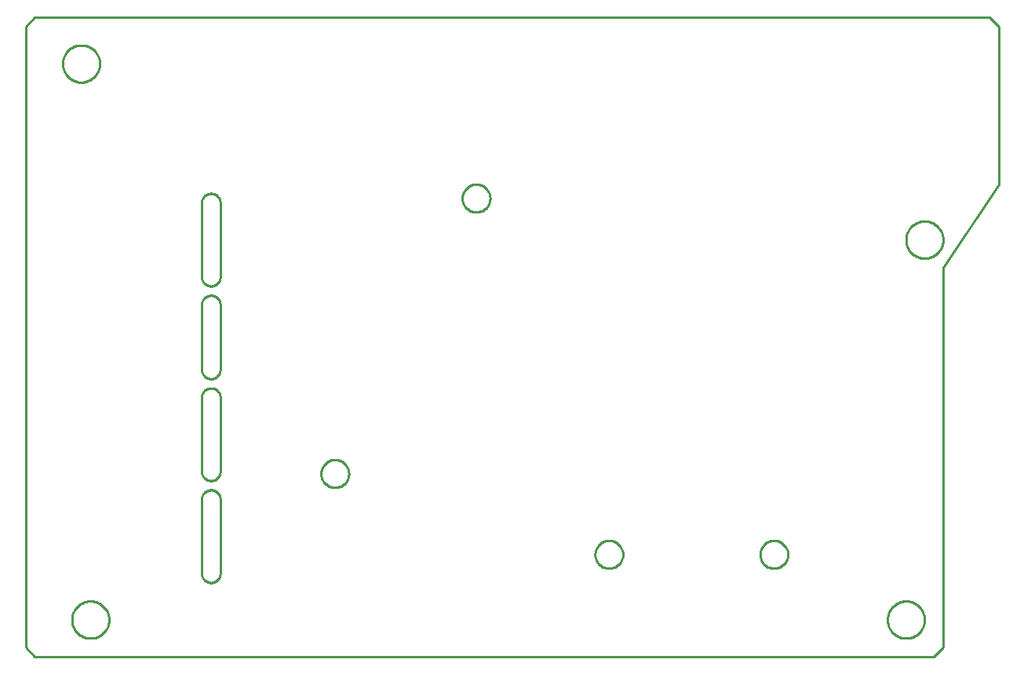
<source format=gbr>
G04 EAGLE Gerber X2 export*
%TF.Part,Single*%
%TF.FileFunction,Profile,NP*%
%TF.FilePolarity,Positive*%
%TF.GenerationSoftware,Autodesk,EAGLE,8.7.0*%
%TF.CreationDate,2018-10-16T22:29:40Z*%
G75*
%MOMM*%
%FSLAX34Y34*%
%LPD*%
%AMOC8*
5,1,8,0,0,1.08239X$1,22.5*%
G01*
%ADD10C,0.254000*%


D10*
X0Y10000D02*
X10000Y0D01*
X980000Y0D01*
X990000Y10000D01*
X990000Y420000D01*
X1050000Y510000D01*
X1050000Y680000D01*
X1040000Y690000D01*
X10000Y690000D01*
X0Y680000D01*
X0Y10000D01*
X190000Y90000D02*
X190038Y89128D01*
X190152Y88264D01*
X190341Y87412D01*
X190603Y86580D01*
X190937Y85774D01*
X191340Y85000D01*
X191808Y84264D01*
X192340Y83572D01*
X192929Y82929D01*
X193572Y82340D01*
X194264Y81808D01*
X195000Y81340D01*
X195774Y80937D01*
X196580Y80603D01*
X197412Y80341D01*
X198264Y80152D01*
X199128Y80038D01*
X200000Y80000D01*
X200872Y80038D01*
X201736Y80152D01*
X202588Y80341D01*
X203420Y80603D01*
X204226Y80937D01*
X205000Y81340D01*
X205736Y81808D01*
X206428Y82340D01*
X207071Y82929D01*
X207660Y83572D01*
X208192Y84264D01*
X208660Y85000D01*
X209063Y85774D01*
X209397Y86580D01*
X209659Y87412D01*
X209848Y88264D01*
X209962Y89128D01*
X210000Y90000D01*
X210000Y170000D01*
X209962Y170872D01*
X209848Y171736D01*
X209659Y172588D01*
X209397Y173420D01*
X209063Y174226D01*
X208660Y175000D01*
X208192Y175736D01*
X207660Y176428D01*
X207071Y177071D01*
X206428Y177660D01*
X205736Y178192D01*
X205000Y178660D01*
X204226Y179063D01*
X203420Y179397D01*
X202588Y179659D01*
X201736Y179848D01*
X200872Y179962D01*
X200000Y180000D01*
X199128Y179962D01*
X198264Y179848D01*
X197412Y179659D01*
X196580Y179397D01*
X195774Y179063D01*
X195000Y178660D01*
X194264Y178192D01*
X193572Y177660D01*
X192929Y177071D01*
X192340Y176428D01*
X191808Y175736D01*
X191340Y175000D01*
X190937Y174226D01*
X190603Y173420D01*
X190341Y172588D01*
X190152Y171736D01*
X190038Y170872D01*
X190000Y170000D01*
X190000Y90000D01*
X190000Y200000D02*
X190038Y199128D01*
X190152Y198264D01*
X190341Y197412D01*
X190603Y196580D01*
X190937Y195774D01*
X191340Y195000D01*
X191808Y194264D01*
X192340Y193572D01*
X192929Y192929D01*
X193572Y192340D01*
X194264Y191808D01*
X195000Y191340D01*
X195774Y190937D01*
X196580Y190603D01*
X197412Y190341D01*
X198264Y190152D01*
X199128Y190038D01*
X200000Y190000D01*
X200872Y190038D01*
X201736Y190152D01*
X202588Y190341D01*
X203420Y190603D01*
X204226Y190937D01*
X205000Y191340D01*
X205736Y191808D01*
X206428Y192340D01*
X207071Y192929D01*
X207660Y193572D01*
X208192Y194264D01*
X208660Y195000D01*
X209063Y195774D01*
X209397Y196580D01*
X209659Y197412D01*
X209848Y198264D01*
X209962Y199128D01*
X210000Y200000D01*
X210000Y280000D01*
X209962Y280872D01*
X209848Y281736D01*
X209659Y282588D01*
X209397Y283420D01*
X209063Y284226D01*
X208660Y285000D01*
X208192Y285736D01*
X207660Y286428D01*
X207071Y287071D01*
X206428Y287660D01*
X205736Y288192D01*
X205000Y288660D01*
X204226Y289063D01*
X203420Y289397D01*
X202588Y289659D01*
X201736Y289848D01*
X200872Y289962D01*
X200000Y290000D01*
X199128Y289962D01*
X198264Y289848D01*
X197412Y289659D01*
X196580Y289397D01*
X195774Y289063D01*
X195000Y288660D01*
X194264Y288192D01*
X193572Y287660D01*
X192929Y287071D01*
X192340Y286428D01*
X191808Y285736D01*
X191340Y285000D01*
X190937Y284226D01*
X190603Y283420D01*
X190341Y282588D01*
X190152Y281736D01*
X190038Y280872D01*
X190000Y280000D01*
X190000Y200000D01*
X190000Y310000D02*
X190038Y309128D01*
X190152Y308264D01*
X190341Y307412D01*
X190603Y306580D01*
X190937Y305774D01*
X191340Y305000D01*
X191808Y304264D01*
X192340Y303572D01*
X192929Y302929D01*
X193572Y302340D01*
X194264Y301808D01*
X195000Y301340D01*
X195774Y300937D01*
X196580Y300603D01*
X197412Y300341D01*
X198264Y300152D01*
X199128Y300038D01*
X200000Y300000D01*
X200872Y300038D01*
X201736Y300152D01*
X202588Y300341D01*
X203420Y300603D01*
X204226Y300937D01*
X205000Y301340D01*
X205736Y301808D01*
X206428Y302340D01*
X207071Y302929D01*
X207660Y303572D01*
X208192Y304264D01*
X208660Y305000D01*
X209063Y305774D01*
X209397Y306580D01*
X209659Y307412D01*
X209848Y308264D01*
X209962Y309128D01*
X210000Y310000D01*
X210000Y380000D01*
X209962Y380872D01*
X209848Y381736D01*
X209659Y382588D01*
X209397Y383420D01*
X209063Y384226D01*
X208660Y385000D01*
X208192Y385736D01*
X207660Y386428D01*
X207071Y387071D01*
X206428Y387660D01*
X205736Y388192D01*
X205000Y388660D01*
X204226Y389063D01*
X203420Y389397D01*
X202588Y389659D01*
X201736Y389848D01*
X200872Y389962D01*
X200000Y390000D01*
X199128Y389962D01*
X198264Y389848D01*
X197412Y389659D01*
X196580Y389397D01*
X195774Y389063D01*
X195000Y388660D01*
X194264Y388192D01*
X193572Y387660D01*
X192929Y387071D01*
X192340Y386428D01*
X191808Y385736D01*
X191340Y385000D01*
X190937Y384226D01*
X190603Y383420D01*
X190341Y382588D01*
X190152Y381736D01*
X190038Y380872D01*
X190000Y380000D01*
X190000Y310000D01*
X190000Y410000D02*
X190038Y409128D01*
X190152Y408264D01*
X190341Y407412D01*
X190603Y406580D01*
X190937Y405774D01*
X191340Y405000D01*
X191808Y404264D01*
X192340Y403572D01*
X192929Y402929D01*
X193572Y402340D01*
X194264Y401808D01*
X195000Y401340D01*
X195774Y400937D01*
X196580Y400603D01*
X197412Y400341D01*
X198264Y400152D01*
X199128Y400038D01*
X200000Y400000D01*
X200872Y400038D01*
X201736Y400152D01*
X202588Y400341D01*
X203420Y400603D01*
X204226Y400937D01*
X205000Y401340D01*
X205736Y401808D01*
X206428Y402340D01*
X207071Y402929D01*
X207660Y403572D01*
X208192Y404264D01*
X208660Y405000D01*
X209063Y405774D01*
X209397Y406580D01*
X209659Y407412D01*
X209848Y408264D01*
X209962Y409128D01*
X210000Y410000D01*
X210000Y490000D01*
X209962Y490872D01*
X209848Y491736D01*
X209659Y492588D01*
X209397Y493420D01*
X209063Y494226D01*
X208660Y495000D01*
X208192Y495736D01*
X207660Y496428D01*
X207071Y497071D01*
X206428Y497660D01*
X205736Y498192D01*
X205000Y498660D01*
X204226Y499063D01*
X203420Y499397D01*
X202588Y499659D01*
X201736Y499848D01*
X200872Y499962D01*
X200000Y500000D01*
X199128Y499962D01*
X198264Y499848D01*
X197412Y499659D01*
X196580Y499397D01*
X195774Y499063D01*
X195000Y498660D01*
X194264Y498192D01*
X193572Y497660D01*
X192929Y497071D01*
X192340Y496428D01*
X191808Y495736D01*
X191340Y495000D01*
X190937Y494226D01*
X190603Y493420D01*
X190341Y492588D01*
X190152Y491736D01*
X190038Y490872D01*
X190000Y490000D01*
X190000Y410000D01*
X80000Y639396D02*
X79927Y638189D01*
X79781Y636989D01*
X79563Y635800D01*
X79274Y634627D01*
X78915Y633473D01*
X78486Y632343D01*
X77990Y631241D01*
X77428Y630170D01*
X76803Y629136D01*
X76116Y628141D01*
X75371Y627190D01*
X74569Y626285D01*
X73715Y625431D01*
X72810Y624629D01*
X71859Y623884D01*
X70864Y623197D01*
X69830Y622572D01*
X68759Y622010D01*
X67657Y621514D01*
X66527Y621085D01*
X65373Y620726D01*
X64200Y620437D01*
X63011Y620219D01*
X61811Y620073D01*
X60604Y620000D01*
X59396Y620000D01*
X58189Y620073D01*
X56989Y620219D01*
X55800Y620437D01*
X54627Y620726D01*
X53473Y621085D01*
X52343Y621514D01*
X51241Y622010D01*
X50170Y622572D01*
X49136Y623197D01*
X48141Y623884D01*
X47190Y624629D01*
X46285Y625431D01*
X45431Y626285D01*
X44629Y627190D01*
X43884Y628141D01*
X43197Y629136D01*
X42572Y630170D01*
X42010Y631241D01*
X41514Y632343D01*
X41085Y633473D01*
X40726Y634627D01*
X40437Y635800D01*
X40219Y636989D01*
X40073Y638189D01*
X40000Y639396D01*
X40000Y640604D01*
X40073Y641811D01*
X40219Y643011D01*
X40437Y644200D01*
X40726Y645373D01*
X41085Y646527D01*
X41514Y647657D01*
X42010Y648759D01*
X42572Y649830D01*
X43197Y650864D01*
X43884Y651859D01*
X44629Y652810D01*
X45431Y653715D01*
X46285Y654569D01*
X47190Y655371D01*
X48141Y656116D01*
X49136Y656803D01*
X50170Y657428D01*
X51241Y657990D01*
X52343Y658486D01*
X53473Y658915D01*
X54627Y659274D01*
X55800Y659563D01*
X56989Y659781D01*
X58189Y659927D01*
X59396Y660000D01*
X60604Y660000D01*
X61811Y659927D01*
X63011Y659781D01*
X64200Y659563D01*
X65373Y659274D01*
X66527Y658915D01*
X67657Y658486D01*
X68759Y657990D01*
X69830Y657428D01*
X70864Y656803D01*
X71859Y656116D01*
X72810Y655371D01*
X73715Y654569D01*
X74569Y653715D01*
X75371Y652810D01*
X76116Y651859D01*
X76803Y650864D01*
X77428Y649830D01*
X77990Y648759D01*
X78486Y647657D01*
X78915Y646527D01*
X79274Y645373D01*
X79563Y644200D01*
X79781Y643011D01*
X79927Y641811D01*
X80000Y640604D01*
X80000Y639396D01*
X970000Y39396D02*
X969927Y38189D01*
X969781Y36989D01*
X969563Y35800D01*
X969274Y34627D01*
X968915Y33473D01*
X968486Y32343D01*
X967990Y31241D01*
X967428Y30170D01*
X966803Y29136D01*
X966116Y28141D01*
X965371Y27190D01*
X964569Y26285D01*
X963715Y25431D01*
X962810Y24629D01*
X961859Y23884D01*
X960864Y23197D01*
X959830Y22572D01*
X958759Y22010D01*
X957657Y21514D01*
X956527Y21085D01*
X955373Y20726D01*
X954200Y20437D01*
X953011Y20219D01*
X951811Y20073D01*
X950604Y20000D01*
X949396Y20000D01*
X948189Y20073D01*
X946989Y20219D01*
X945800Y20437D01*
X944627Y20726D01*
X943473Y21085D01*
X942343Y21514D01*
X941241Y22010D01*
X940170Y22572D01*
X939136Y23197D01*
X938141Y23884D01*
X937190Y24629D01*
X936285Y25431D01*
X935431Y26285D01*
X934629Y27190D01*
X933884Y28141D01*
X933197Y29136D01*
X932572Y30170D01*
X932010Y31241D01*
X931514Y32343D01*
X931085Y33473D01*
X930726Y34627D01*
X930437Y35800D01*
X930219Y36989D01*
X930073Y38189D01*
X930000Y39396D01*
X930000Y40604D01*
X930073Y41811D01*
X930219Y43011D01*
X930437Y44200D01*
X930726Y45373D01*
X931085Y46527D01*
X931514Y47657D01*
X932010Y48759D01*
X932572Y49830D01*
X933197Y50864D01*
X933884Y51859D01*
X934629Y52810D01*
X935431Y53715D01*
X936285Y54569D01*
X937190Y55371D01*
X938141Y56116D01*
X939136Y56803D01*
X940170Y57428D01*
X941241Y57990D01*
X942343Y58486D01*
X943473Y58915D01*
X944627Y59274D01*
X945800Y59563D01*
X946989Y59781D01*
X948189Y59927D01*
X949396Y60000D01*
X950604Y60000D01*
X951811Y59927D01*
X953011Y59781D01*
X954200Y59563D01*
X955373Y59274D01*
X956527Y58915D01*
X957657Y58486D01*
X958759Y57990D01*
X959830Y57428D01*
X960864Y56803D01*
X961859Y56116D01*
X962810Y55371D01*
X963715Y54569D01*
X964569Y53715D01*
X965371Y52810D01*
X966116Y51859D01*
X966803Y50864D01*
X967428Y49830D01*
X967990Y48759D01*
X968486Y47657D01*
X968915Y46527D01*
X969274Y45373D01*
X969563Y44200D01*
X969781Y43011D01*
X969927Y41811D01*
X970000Y40604D01*
X970000Y39396D01*
X90000Y39396D02*
X89927Y38189D01*
X89781Y36989D01*
X89563Y35800D01*
X89274Y34627D01*
X88915Y33473D01*
X88486Y32343D01*
X87990Y31241D01*
X87428Y30170D01*
X86803Y29136D01*
X86116Y28141D01*
X85371Y27190D01*
X84569Y26285D01*
X83715Y25431D01*
X82810Y24629D01*
X81859Y23884D01*
X80864Y23197D01*
X79830Y22572D01*
X78759Y22010D01*
X77657Y21514D01*
X76527Y21085D01*
X75373Y20726D01*
X74200Y20437D01*
X73011Y20219D01*
X71811Y20073D01*
X70604Y20000D01*
X69396Y20000D01*
X68189Y20073D01*
X66989Y20219D01*
X65800Y20437D01*
X64627Y20726D01*
X63473Y21085D01*
X62343Y21514D01*
X61241Y22010D01*
X60170Y22572D01*
X59136Y23197D01*
X58141Y23884D01*
X57190Y24629D01*
X56285Y25431D01*
X55431Y26285D01*
X54629Y27190D01*
X53884Y28141D01*
X53197Y29136D01*
X52572Y30170D01*
X52010Y31241D01*
X51514Y32343D01*
X51085Y33473D01*
X50726Y34627D01*
X50437Y35800D01*
X50219Y36989D01*
X50073Y38189D01*
X50000Y39396D01*
X50000Y40604D01*
X50073Y41811D01*
X50219Y43011D01*
X50437Y44200D01*
X50726Y45373D01*
X51085Y46527D01*
X51514Y47657D01*
X52010Y48759D01*
X52572Y49830D01*
X53197Y50864D01*
X53884Y51859D01*
X54629Y52810D01*
X55431Y53715D01*
X56285Y54569D01*
X57190Y55371D01*
X58141Y56116D01*
X59136Y56803D01*
X60170Y57428D01*
X61241Y57990D01*
X62343Y58486D01*
X63473Y58915D01*
X64627Y59274D01*
X65800Y59563D01*
X66989Y59781D01*
X68189Y59927D01*
X69396Y60000D01*
X70604Y60000D01*
X71811Y59927D01*
X73011Y59781D01*
X74200Y59563D01*
X75373Y59274D01*
X76527Y58915D01*
X77657Y58486D01*
X78759Y57990D01*
X79830Y57428D01*
X80864Y56803D01*
X81859Y56116D01*
X82810Y55371D01*
X83715Y54569D01*
X84569Y53715D01*
X85371Y52810D01*
X86116Y51859D01*
X86803Y50864D01*
X87428Y49830D01*
X87990Y48759D01*
X88486Y47657D01*
X88915Y46527D01*
X89274Y45373D01*
X89563Y44200D01*
X89781Y43011D01*
X89927Y41811D01*
X90000Y40604D01*
X90000Y39396D01*
X990000Y449396D02*
X989927Y448189D01*
X989781Y446989D01*
X989563Y445800D01*
X989274Y444627D01*
X988915Y443473D01*
X988486Y442343D01*
X987990Y441241D01*
X987428Y440170D01*
X986803Y439136D01*
X986116Y438141D01*
X985371Y437190D01*
X984569Y436285D01*
X983715Y435431D01*
X982810Y434629D01*
X981859Y433884D01*
X980864Y433197D01*
X979830Y432572D01*
X978759Y432010D01*
X977657Y431514D01*
X976527Y431085D01*
X975373Y430726D01*
X974200Y430437D01*
X973011Y430219D01*
X971811Y430073D01*
X970604Y430000D01*
X969396Y430000D01*
X968189Y430073D01*
X966989Y430219D01*
X965800Y430437D01*
X964627Y430726D01*
X963473Y431085D01*
X962343Y431514D01*
X961241Y432010D01*
X960170Y432572D01*
X959136Y433197D01*
X958141Y433884D01*
X957190Y434629D01*
X956285Y435431D01*
X955431Y436285D01*
X954629Y437190D01*
X953884Y438141D01*
X953197Y439136D01*
X952572Y440170D01*
X952010Y441241D01*
X951514Y442343D01*
X951085Y443473D01*
X950726Y444627D01*
X950437Y445800D01*
X950219Y446989D01*
X950073Y448189D01*
X950000Y449396D01*
X950000Y450604D01*
X950073Y451811D01*
X950219Y453011D01*
X950437Y454200D01*
X950726Y455373D01*
X951085Y456527D01*
X951514Y457657D01*
X952010Y458759D01*
X952572Y459830D01*
X953197Y460864D01*
X953884Y461859D01*
X954629Y462810D01*
X955431Y463715D01*
X956285Y464569D01*
X957190Y465371D01*
X958141Y466116D01*
X959136Y466803D01*
X960170Y467428D01*
X961241Y467990D01*
X962343Y468486D01*
X963473Y468915D01*
X964627Y469274D01*
X965800Y469563D01*
X966989Y469781D01*
X968189Y469927D01*
X969396Y470000D01*
X970604Y470000D01*
X971811Y469927D01*
X973011Y469781D01*
X974200Y469563D01*
X975373Y469274D01*
X976527Y468915D01*
X977657Y468486D01*
X978759Y467990D01*
X979830Y467428D01*
X980864Y466803D01*
X981859Y466116D01*
X982810Y465371D01*
X983715Y464569D01*
X984569Y463715D01*
X985371Y462810D01*
X986116Y461859D01*
X986803Y460864D01*
X987428Y459830D01*
X987990Y458759D01*
X988486Y457657D01*
X988915Y456527D01*
X989274Y455373D01*
X989563Y454200D01*
X989781Y453011D01*
X989927Y451811D01*
X990000Y450604D01*
X990000Y449396D01*
X80000Y639396D02*
X79927Y638189D01*
X79781Y636989D01*
X79563Y635800D01*
X79274Y634627D01*
X78915Y633473D01*
X78486Y632343D01*
X77990Y631241D01*
X77428Y630170D01*
X76803Y629136D01*
X76116Y628141D01*
X75371Y627190D01*
X74569Y626285D01*
X73715Y625431D01*
X72810Y624629D01*
X71859Y623884D01*
X70864Y623197D01*
X69830Y622572D01*
X68759Y622010D01*
X67657Y621514D01*
X66527Y621085D01*
X65373Y620726D01*
X64200Y620437D01*
X63011Y620219D01*
X61811Y620073D01*
X60604Y620000D01*
X59396Y620000D01*
X58189Y620073D01*
X56989Y620219D01*
X55800Y620437D01*
X54627Y620726D01*
X53473Y621085D01*
X52343Y621514D01*
X51241Y622010D01*
X50170Y622572D01*
X49136Y623197D01*
X48141Y623884D01*
X47190Y624629D01*
X46285Y625431D01*
X45431Y626285D01*
X44629Y627190D01*
X43884Y628141D01*
X43197Y629136D01*
X42572Y630170D01*
X42010Y631241D01*
X41514Y632343D01*
X41085Y633473D01*
X40726Y634627D01*
X40437Y635800D01*
X40219Y636989D01*
X40073Y638189D01*
X40000Y639396D01*
X40000Y640604D01*
X40073Y641811D01*
X40219Y643011D01*
X40437Y644200D01*
X40726Y645373D01*
X41085Y646527D01*
X41514Y647657D01*
X42010Y648759D01*
X42572Y649830D01*
X43197Y650864D01*
X43884Y651859D01*
X44629Y652810D01*
X45431Y653715D01*
X46285Y654569D01*
X47190Y655371D01*
X48141Y656116D01*
X49136Y656803D01*
X50170Y657428D01*
X51241Y657990D01*
X52343Y658486D01*
X53473Y658915D01*
X54627Y659274D01*
X55800Y659563D01*
X56989Y659781D01*
X58189Y659927D01*
X59396Y660000D01*
X60604Y660000D01*
X61811Y659927D01*
X63011Y659781D01*
X64200Y659563D01*
X65373Y659274D01*
X66527Y658915D01*
X67657Y658486D01*
X68759Y657990D01*
X69830Y657428D01*
X70864Y656803D01*
X71859Y656116D01*
X72810Y655371D01*
X73715Y654569D01*
X74569Y653715D01*
X75371Y652810D01*
X76116Y651859D01*
X76803Y650864D01*
X77428Y649830D01*
X77990Y648759D01*
X78486Y647657D01*
X78915Y646527D01*
X79274Y645373D01*
X79563Y644200D01*
X79781Y643011D01*
X79927Y641811D01*
X80000Y640604D01*
X80000Y639396D01*
X970000Y39396D02*
X969927Y38189D01*
X969781Y36989D01*
X969563Y35800D01*
X969274Y34627D01*
X968915Y33473D01*
X968486Y32343D01*
X967990Y31241D01*
X967428Y30170D01*
X966803Y29136D01*
X966116Y28141D01*
X965371Y27190D01*
X964569Y26285D01*
X963715Y25431D01*
X962810Y24629D01*
X961859Y23884D01*
X960864Y23197D01*
X959830Y22572D01*
X958759Y22010D01*
X957657Y21514D01*
X956527Y21085D01*
X955373Y20726D01*
X954200Y20437D01*
X953011Y20219D01*
X951811Y20073D01*
X950604Y20000D01*
X949396Y20000D01*
X948189Y20073D01*
X946989Y20219D01*
X945800Y20437D01*
X944627Y20726D01*
X943473Y21085D01*
X942343Y21514D01*
X941241Y22010D01*
X940170Y22572D01*
X939136Y23197D01*
X938141Y23884D01*
X937190Y24629D01*
X936285Y25431D01*
X935431Y26285D01*
X934629Y27190D01*
X933884Y28141D01*
X933197Y29136D01*
X932572Y30170D01*
X932010Y31241D01*
X931514Y32343D01*
X931085Y33473D01*
X930726Y34627D01*
X930437Y35800D01*
X930219Y36989D01*
X930073Y38189D01*
X930000Y39396D01*
X930000Y40604D01*
X930073Y41811D01*
X930219Y43011D01*
X930437Y44200D01*
X930726Y45373D01*
X931085Y46527D01*
X931514Y47657D01*
X932010Y48759D01*
X932572Y49830D01*
X933197Y50864D01*
X933884Y51859D01*
X934629Y52810D01*
X935431Y53715D01*
X936285Y54569D01*
X937190Y55371D01*
X938141Y56116D01*
X939136Y56803D01*
X940170Y57428D01*
X941241Y57990D01*
X942343Y58486D01*
X943473Y58915D01*
X944627Y59274D01*
X945800Y59563D01*
X946989Y59781D01*
X948189Y59927D01*
X949396Y60000D01*
X950604Y60000D01*
X951811Y59927D01*
X953011Y59781D01*
X954200Y59563D01*
X955373Y59274D01*
X956527Y58915D01*
X957657Y58486D01*
X958759Y57990D01*
X959830Y57428D01*
X960864Y56803D01*
X961859Y56116D01*
X962810Y55371D01*
X963715Y54569D01*
X964569Y53715D01*
X965371Y52810D01*
X966116Y51859D01*
X966803Y50864D01*
X967428Y49830D01*
X967990Y48759D01*
X968486Y47657D01*
X968915Y46527D01*
X969274Y45373D01*
X969563Y44200D01*
X969781Y43011D01*
X969927Y41811D01*
X970000Y40604D01*
X970000Y39396D01*
X90000Y39396D02*
X89927Y38189D01*
X89781Y36989D01*
X89563Y35800D01*
X89274Y34627D01*
X88915Y33473D01*
X88486Y32343D01*
X87990Y31241D01*
X87428Y30170D01*
X86803Y29136D01*
X86116Y28141D01*
X85371Y27190D01*
X84569Y26285D01*
X83715Y25431D01*
X82810Y24629D01*
X81859Y23884D01*
X80864Y23197D01*
X79830Y22572D01*
X78759Y22010D01*
X77657Y21514D01*
X76527Y21085D01*
X75373Y20726D01*
X74200Y20437D01*
X73011Y20219D01*
X71811Y20073D01*
X70604Y20000D01*
X69396Y20000D01*
X68189Y20073D01*
X66989Y20219D01*
X65800Y20437D01*
X64627Y20726D01*
X63473Y21085D01*
X62343Y21514D01*
X61241Y22010D01*
X60170Y22572D01*
X59136Y23197D01*
X58141Y23884D01*
X57190Y24629D01*
X56285Y25431D01*
X55431Y26285D01*
X54629Y27190D01*
X53884Y28141D01*
X53197Y29136D01*
X52572Y30170D01*
X52010Y31241D01*
X51514Y32343D01*
X51085Y33473D01*
X50726Y34627D01*
X50437Y35800D01*
X50219Y36989D01*
X50073Y38189D01*
X50000Y39396D01*
X50000Y40604D01*
X50073Y41811D01*
X50219Y43011D01*
X50437Y44200D01*
X50726Y45373D01*
X51085Y46527D01*
X51514Y47657D01*
X52010Y48759D01*
X52572Y49830D01*
X53197Y50864D01*
X53884Y51859D01*
X54629Y52810D01*
X55431Y53715D01*
X56285Y54569D01*
X57190Y55371D01*
X58141Y56116D01*
X59136Y56803D01*
X60170Y57428D01*
X61241Y57990D01*
X62343Y58486D01*
X63473Y58915D01*
X64627Y59274D01*
X65800Y59563D01*
X66989Y59781D01*
X68189Y59927D01*
X69396Y60000D01*
X70604Y60000D01*
X71811Y59927D01*
X73011Y59781D01*
X74200Y59563D01*
X75373Y59274D01*
X76527Y58915D01*
X77657Y58486D01*
X78759Y57990D01*
X79830Y57428D01*
X80864Y56803D01*
X81859Y56116D01*
X82810Y55371D01*
X83715Y54569D01*
X84569Y53715D01*
X85371Y52810D01*
X86116Y51859D01*
X86803Y50864D01*
X87428Y49830D01*
X87990Y48759D01*
X88486Y47657D01*
X88915Y46527D01*
X89274Y45373D01*
X89563Y44200D01*
X89781Y43011D01*
X89927Y41811D01*
X90000Y40604D01*
X90000Y39396D01*
X990000Y449396D02*
X989927Y448189D01*
X989781Y446989D01*
X989563Y445800D01*
X989274Y444627D01*
X988915Y443473D01*
X988486Y442343D01*
X987990Y441241D01*
X987428Y440170D01*
X986803Y439136D01*
X986116Y438141D01*
X985371Y437190D01*
X984569Y436285D01*
X983715Y435431D01*
X982810Y434629D01*
X981859Y433884D01*
X980864Y433197D01*
X979830Y432572D01*
X978759Y432010D01*
X977657Y431514D01*
X976527Y431085D01*
X975373Y430726D01*
X974200Y430437D01*
X973011Y430219D01*
X971811Y430073D01*
X970604Y430000D01*
X969396Y430000D01*
X968189Y430073D01*
X966989Y430219D01*
X965800Y430437D01*
X964627Y430726D01*
X963473Y431085D01*
X962343Y431514D01*
X961241Y432010D01*
X960170Y432572D01*
X959136Y433197D01*
X958141Y433884D01*
X957190Y434629D01*
X956285Y435431D01*
X955431Y436285D01*
X954629Y437190D01*
X953884Y438141D01*
X953197Y439136D01*
X952572Y440170D01*
X952010Y441241D01*
X951514Y442343D01*
X951085Y443473D01*
X950726Y444627D01*
X950437Y445800D01*
X950219Y446989D01*
X950073Y448189D01*
X950000Y449396D01*
X950000Y450604D01*
X950073Y451811D01*
X950219Y453011D01*
X950437Y454200D01*
X950726Y455373D01*
X951085Y456527D01*
X951514Y457657D01*
X952010Y458759D01*
X952572Y459830D01*
X953197Y460864D01*
X953884Y461859D01*
X954629Y462810D01*
X955431Y463715D01*
X956285Y464569D01*
X957190Y465371D01*
X958141Y466116D01*
X959136Y466803D01*
X960170Y467428D01*
X961241Y467990D01*
X962343Y468486D01*
X963473Y468915D01*
X964627Y469274D01*
X965800Y469563D01*
X966989Y469781D01*
X968189Y469927D01*
X969396Y470000D01*
X970604Y470000D01*
X971811Y469927D01*
X973011Y469781D01*
X974200Y469563D01*
X975373Y469274D01*
X976527Y468915D01*
X977657Y468486D01*
X978759Y467990D01*
X979830Y467428D01*
X980864Y466803D01*
X981859Y466116D01*
X982810Y465371D01*
X983715Y464569D01*
X984569Y463715D01*
X985371Y462810D01*
X986116Y461859D01*
X986803Y460864D01*
X987428Y459830D01*
X987990Y458759D01*
X988486Y457657D01*
X988915Y456527D01*
X989274Y455373D01*
X989563Y454200D01*
X989781Y453011D01*
X989927Y451811D01*
X990000Y450604D01*
X990000Y449396D01*
X614500Y110936D02*
X614576Y112004D01*
X614729Y113065D01*
X614957Y114112D01*
X615259Y115140D01*
X615633Y116144D01*
X616078Y117119D01*
X616592Y118059D01*
X617171Y118960D01*
X617813Y119818D01*
X618515Y120628D01*
X619272Y121385D01*
X620082Y122087D01*
X620940Y122729D01*
X621841Y123308D01*
X622781Y123822D01*
X623756Y124267D01*
X624760Y124641D01*
X625788Y124943D01*
X626835Y125171D01*
X627896Y125324D01*
X628964Y125400D01*
X630036Y125400D01*
X631104Y125324D01*
X632165Y125171D01*
X633212Y124943D01*
X634240Y124641D01*
X635244Y124267D01*
X636219Y123822D01*
X637159Y123308D01*
X638060Y122729D01*
X638918Y122087D01*
X639728Y121385D01*
X640485Y120628D01*
X641187Y119818D01*
X641829Y118960D01*
X642408Y118059D01*
X642922Y117119D01*
X643367Y116144D01*
X643741Y115140D01*
X644043Y114112D01*
X644271Y113065D01*
X644424Y112004D01*
X644500Y110936D01*
X644500Y109864D01*
X644424Y108796D01*
X644271Y107735D01*
X644043Y106688D01*
X643741Y105660D01*
X643367Y104656D01*
X642922Y103681D01*
X642408Y102741D01*
X641829Y101840D01*
X641187Y100982D01*
X640485Y100172D01*
X639728Y99415D01*
X638918Y98713D01*
X638060Y98071D01*
X637159Y97492D01*
X636219Y96978D01*
X635244Y96533D01*
X634240Y96159D01*
X633212Y95857D01*
X632165Y95629D01*
X631104Y95476D01*
X630036Y95400D01*
X628964Y95400D01*
X627896Y95476D01*
X626835Y95629D01*
X625788Y95857D01*
X624760Y96159D01*
X623756Y96533D01*
X622781Y96978D01*
X621841Y97492D01*
X620940Y98071D01*
X620082Y98713D01*
X619272Y99415D01*
X618515Y100172D01*
X617813Y100982D01*
X617171Y101840D01*
X616592Y102741D01*
X616078Y103681D01*
X615633Y104656D01*
X615259Y105660D01*
X614957Y106688D01*
X614729Y107735D01*
X614576Y108796D01*
X614500Y109864D01*
X614500Y110936D01*
X792500Y110936D02*
X792576Y112004D01*
X792729Y113065D01*
X792957Y114112D01*
X793259Y115140D01*
X793633Y116144D01*
X794078Y117119D01*
X794592Y118059D01*
X795171Y118960D01*
X795813Y119818D01*
X796515Y120628D01*
X797272Y121385D01*
X798082Y122087D01*
X798940Y122729D01*
X799841Y123308D01*
X800781Y123822D01*
X801756Y124267D01*
X802760Y124641D01*
X803788Y124943D01*
X804835Y125171D01*
X805896Y125324D01*
X806964Y125400D01*
X808036Y125400D01*
X809104Y125324D01*
X810165Y125171D01*
X811212Y124943D01*
X812240Y124641D01*
X813244Y124267D01*
X814219Y123822D01*
X815159Y123308D01*
X816060Y122729D01*
X816918Y122087D01*
X817728Y121385D01*
X818485Y120628D01*
X819187Y119818D01*
X819829Y118960D01*
X820408Y118059D01*
X820922Y117119D01*
X821367Y116144D01*
X821741Y115140D01*
X822043Y114112D01*
X822271Y113065D01*
X822424Y112004D01*
X822500Y110936D01*
X822500Y109864D01*
X822424Y108796D01*
X822271Y107735D01*
X822043Y106688D01*
X821741Y105660D01*
X821367Y104656D01*
X820922Y103681D01*
X820408Y102741D01*
X819829Y101840D01*
X819187Y100982D01*
X818485Y100172D01*
X817728Y99415D01*
X816918Y98713D01*
X816060Y98071D01*
X815159Y97492D01*
X814219Y96978D01*
X813244Y96533D01*
X812240Y96159D01*
X811212Y95857D01*
X810165Y95629D01*
X809104Y95476D01*
X808036Y95400D01*
X806964Y95400D01*
X805896Y95476D01*
X804835Y95629D01*
X803788Y95857D01*
X802760Y96159D01*
X801756Y96533D01*
X800781Y96978D01*
X799841Y97492D01*
X798940Y98071D01*
X798082Y98713D01*
X797272Y99415D01*
X796515Y100172D01*
X795813Y100982D01*
X795171Y101840D01*
X794592Y102741D01*
X794078Y103681D01*
X793633Y104656D01*
X793259Y105660D01*
X792957Y106688D01*
X792729Y107735D01*
X792576Y108796D01*
X792500Y109864D01*
X792500Y110936D01*
X485664Y479780D02*
X484596Y479856D01*
X483535Y480009D01*
X482488Y480237D01*
X481460Y480539D01*
X480456Y480913D01*
X479481Y481358D01*
X478541Y481872D01*
X477640Y482451D01*
X476782Y483093D01*
X475972Y483795D01*
X475215Y484552D01*
X474513Y485362D01*
X473871Y486220D01*
X473292Y487121D01*
X472778Y488061D01*
X472333Y489036D01*
X471959Y490040D01*
X471657Y491068D01*
X471429Y492115D01*
X471276Y493176D01*
X471200Y494244D01*
X471200Y495316D01*
X471276Y496384D01*
X471429Y497445D01*
X471657Y498492D01*
X471959Y499520D01*
X472333Y500524D01*
X472778Y501499D01*
X473292Y502439D01*
X473871Y503340D01*
X474513Y504198D01*
X475215Y505008D01*
X475972Y505765D01*
X476782Y506467D01*
X477640Y507109D01*
X478541Y507688D01*
X479481Y508202D01*
X480456Y508647D01*
X481460Y509021D01*
X482488Y509323D01*
X483535Y509551D01*
X484596Y509704D01*
X485664Y509780D01*
X486736Y509780D01*
X487804Y509704D01*
X488865Y509551D01*
X489912Y509323D01*
X490940Y509021D01*
X491944Y508647D01*
X492919Y508202D01*
X493859Y507688D01*
X494760Y507109D01*
X495618Y506467D01*
X496428Y505765D01*
X497185Y505008D01*
X497887Y504198D01*
X498529Y503340D01*
X499108Y502439D01*
X499622Y501499D01*
X500067Y500524D01*
X500441Y499520D01*
X500743Y498492D01*
X500971Y497445D01*
X501124Y496384D01*
X501200Y495316D01*
X501200Y494244D01*
X501124Y493176D01*
X500971Y492115D01*
X500743Y491068D01*
X500441Y490040D01*
X500067Y489036D01*
X499622Y488061D01*
X499108Y487121D01*
X498529Y486220D01*
X497887Y485362D01*
X497185Y484552D01*
X496428Y483795D01*
X495618Y483093D01*
X494760Y482451D01*
X493859Y481872D01*
X492919Y481358D01*
X491944Y480913D01*
X490940Y480539D01*
X489912Y480237D01*
X488865Y480009D01*
X487804Y479856D01*
X486736Y479780D01*
X485664Y479780D01*
X333264Y182600D02*
X332196Y182676D01*
X331135Y182829D01*
X330088Y183057D01*
X329060Y183359D01*
X328056Y183733D01*
X327081Y184178D01*
X326141Y184692D01*
X325240Y185271D01*
X324382Y185913D01*
X323572Y186615D01*
X322815Y187372D01*
X322113Y188182D01*
X321471Y189040D01*
X320892Y189941D01*
X320378Y190881D01*
X319933Y191856D01*
X319559Y192860D01*
X319257Y193888D01*
X319029Y194935D01*
X318876Y195996D01*
X318800Y197064D01*
X318800Y198136D01*
X318876Y199204D01*
X319029Y200265D01*
X319257Y201312D01*
X319559Y202340D01*
X319933Y203344D01*
X320378Y204319D01*
X320892Y205259D01*
X321471Y206160D01*
X322113Y207018D01*
X322815Y207828D01*
X323572Y208585D01*
X324382Y209287D01*
X325240Y209929D01*
X326141Y210508D01*
X327081Y211022D01*
X328056Y211467D01*
X329060Y211841D01*
X330088Y212143D01*
X331135Y212371D01*
X332196Y212524D01*
X333264Y212600D01*
X334336Y212600D01*
X335404Y212524D01*
X336465Y212371D01*
X337512Y212143D01*
X338540Y211841D01*
X339544Y211467D01*
X340519Y211022D01*
X341459Y210508D01*
X342360Y209929D01*
X343218Y209287D01*
X344028Y208585D01*
X344785Y207828D01*
X345487Y207018D01*
X346129Y206160D01*
X346708Y205259D01*
X347222Y204319D01*
X347667Y203344D01*
X348041Y202340D01*
X348343Y201312D01*
X348571Y200265D01*
X348724Y199204D01*
X348800Y198136D01*
X348800Y197064D01*
X348724Y195996D01*
X348571Y194935D01*
X348343Y193888D01*
X348041Y192860D01*
X347667Y191856D01*
X347222Y190881D01*
X346708Y189941D01*
X346129Y189040D01*
X345487Y188182D01*
X344785Y187372D01*
X344028Y186615D01*
X343218Y185913D01*
X342360Y185271D01*
X341459Y184692D01*
X340519Y184178D01*
X339544Y183733D01*
X338540Y183359D01*
X337512Y183057D01*
X336465Y182829D01*
X335404Y182676D01*
X334336Y182600D01*
X333264Y182600D01*
M02*

</source>
